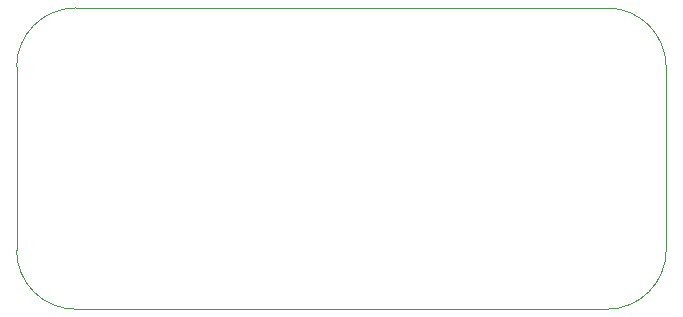
<source format=gbr>
%TF.GenerationSoftware,KiCad,Pcbnew,(6.0.0)*%
%TF.CreationDate,2022-01-08T12:56:22-06:00*%
%TF.ProjectId,microkfd,6d696372-6f6b-4666-942e-6b696361645f,B*%
%TF.SameCoordinates,Original*%
%TF.FileFunction,Profile,NP*%
%FSLAX46Y46*%
G04 Gerber Fmt 4.6, Leading zero omitted, Abs format (unit mm)*
G04 Created by KiCad (PCBNEW (6.0.0)) date 2022-01-08 12:56:22*
%MOMM*%
%LPD*%
G01*
G04 APERTURE LIST*
%TA.AperFunction,Profile*%
%ADD10C,0.050000*%
%TD*%
G04 APERTURE END LIST*
D10*
X95000000Y-113000000D02*
X140000000Y-113000000D01*
X145000000Y-108000000D02*
X145000000Y-92500000D01*
X140000000Y-87500000D02*
X95000000Y-87500000D01*
X90000000Y-92500000D02*
X90000000Y-108000000D01*
X90000000Y-108000000D02*
G75*
G03*
X95000000Y-113000000I5000000J0D01*
G01*
X145000000Y-92500000D02*
G75*
G03*
X140000000Y-87500000I-5000000J0D01*
G01*
X140000000Y-113000000D02*
G75*
G03*
X145000000Y-108000000I0J5000000D01*
G01*
X95000000Y-87500000D02*
G75*
G03*
X90000000Y-92500000I0J-5000000D01*
G01*
M02*

</source>
